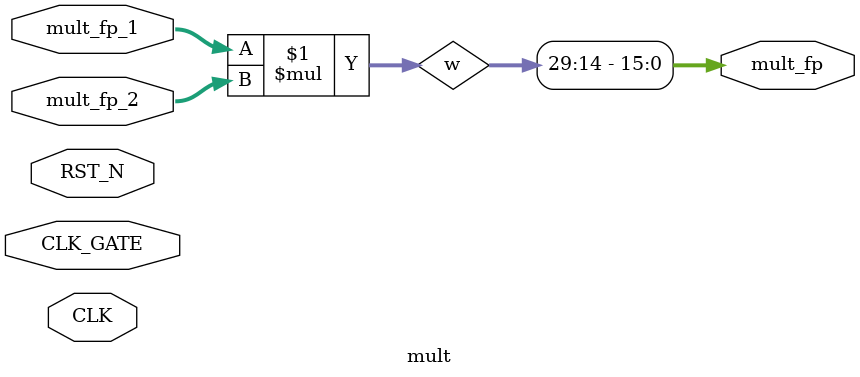
<source format=v>
/*
Copyright (c) 2007 MIT

Permission is hereby granted, free of charge, to any person
obtaining a copy of this software and associated documentation
files (the "Software"), to deal in the Software without
restriction, including without limitation the rights to use,
copy, modify, merge, publish, distribute, sublicense, and/or sell
copies of the Software, and to permit persons to whom the
Software is furnished to do so, subject to the following
conditions:

The above copyright notice and this permission notice shall be
included in all copies or substantial portions of the Software.

THE SOFTWARE IS PROVIDED "AS IS", WITHOUT WARRANTY OF ANY KIND,
EXPRESS OR IMPLIED, INCLUDING BUT NOT LIMITED TO THE WARRANTIES
OF MERCHANTABILITY, FITNESS FOR A PARTICULAR PURPOSE AND
NONINFRINGEMENT. IN NO EVENT SHALL THE AUTHORS OR COPYRIGHT
HOLDERS BE LIABLE FOR ANY CLAIM, DAMAGES OR OTHER LIABILITY,
WHETHER IN AN ACTION OF CONTRACT, TORT OR OTHERWISE, ARISING
FROM, OUT OF OR IN CONNECTION WITH THE SOFTWARE OR THE USE OR
OTHER DEALINGS IN THE SOFTWARE.

Author: Kermin Fleming
*/

module mult(mult_fp_1,
            mult_fp_2,
            mult_fp,
	    CLK,
            RST_N,
            CLK_GATE);
  // value method mult_fp
  input CLK;
  input RST_N;
  input CLK_GATE;
  input  signed [15 : 0] mult_fp_1;
  input  signed [15 : 0] mult_fp_2;
  output [15 : 0] mult_fp;

  wire signed [31:0] w; 

  assign w = mult_fp_1 * mult_fp_2;

  assign mult_fp = w[29:14];

endmodule


</source>
